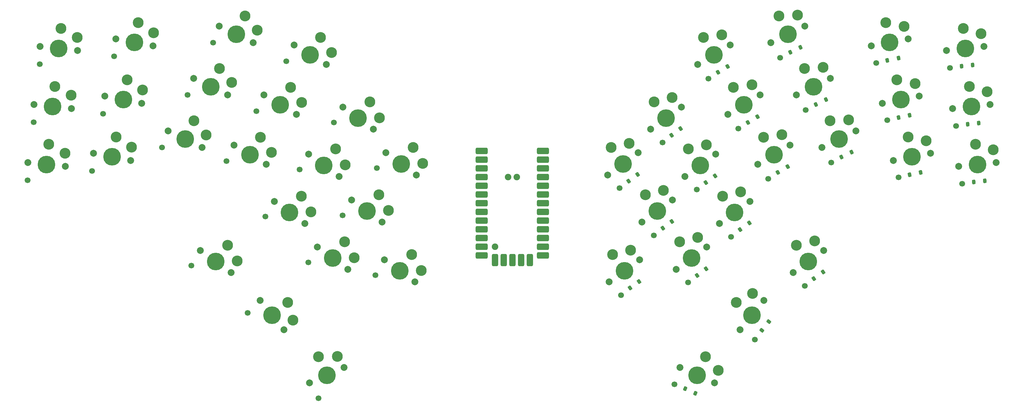
<source format=gts>
G04 #@! TF.GenerationSoftware,KiCad,Pcbnew,8.0.3*
G04 #@! TF.CreationDate,2024-06-16T15:20:09+01:00*
G04 #@! TF.ProjectId,ykb,796b622e-6b69-4636-9164-5f7063625858,v1.0.0*
G04 #@! TF.SameCoordinates,Original*
G04 #@! TF.FileFunction,Soldermask,Top*
G04 #@! TF.FilePolarity,Negative*
%FSLAX46Y46*%
G04 Gerber Fmt 4.6, Leading zero omitted, Abs format (unit mm)*
G04 Created by KiCad (PCBNEW 8.0.3) date 2024-06-16 15:20:09*
%MOMM*%
%LPD*%
G01*
G04 APERTURE LIST*
G04 Aperture macros list*
%AMRoundRect*
0 Rectangle with rounded corners*
0 $1 Rounding radius*
0 $2 $3 $4 $5 $6 $7 $8 $9 X,Y pos of 4 corners*
0 Add a 4 corners polygon primitive as box body*
4,1,4,$2,$3,$4,$5,$6,$7,$8,$9,$2,$3,0*
0 Add four circle primitives for the rounded corners*
1,1,$1+$1,$2,$3*
1,1,$1+$1,$4,$5*
1,1,$1+$1,$6,$7*
1,1,$1+$1,$8,$9*
0 Add four rect primitives between the rounded corners*
20,1,$1+$1,$2,$3,$4,$5,0*
20,1,$1+$1,$4,$5,$6,$7,0*
20,1,$1+$1,$6,$7,$8,$9,0*
20,1,$1+$1,$8,$9,$2,$3,0*%
G04 Aperture macros list end*
%ADD10RoundRect,0.475000X-1.325000X-0.475000X1.325000X-0.475000X1.325000X0.475000X-1.325000X0.475000X0*%
%ADD11RoundRect,0.475000X0.475000X-1.325000X0.475000X1.325000X-0.475000X1.325000X-0.475000X-1.325000X0*%
%ADD12RoundRect,0.475000X1.325000X0.475000X-1.325000X0.475000X-1.325000X-0.475000X1.325000X-0.475000X0*%
%ADD13C,1.900000*%
%ADD14C,3.150000*%
%ADD15C,5.150000*%
%ADD16C,2.000000*%
%ADD17C,1.700000*%
%ADD18RoundRect,0.250000X-0.391081X-0.263734X0.065692X-0.467102X0.391081X0.263734X-0.065692X0.467102X0*%
%ADD19RoundRect,0.250000X0.153528X-0.446015X0.468188X-0.057442X-0.153528X0.446015X-0.468188X0.057442X0*%
%ADD20RoundRect,0.250000X0.032860X-0.470553X0.437368X-0.176660X-0.032860X0.470553X-0.437368X0.176660X0*%
%ADD21RoundRect,0.250000X-0.008277X-0.471626X0.420307X-0.214107X0.008277X0.471626X-0.420307X0.214107X0*%
%ADD22RoundRect,0.250000X-0.049350X-0.469110X0.400047X-0.249925X0.049350X0.469110X-0.400047X0.249925X0*%
%ADD23RoundRect,0.250000X-0.169083X-0.440353X0.321730X-0.344949X0.169083X0.440353X-0.321730X0.344949X0*%
%ADD24RoundRect,0.250000X-0.206819X-0.423941X0.290442X-0.371677X0.206819X0.423941X-0.290442X0.371677X0*%
G04 APERTURE END LIST*
D10*
G04 #@! TO.C,U1*
X216160000Y-150560000D03*
X216160000Y-153100000D03*
X216160000Y-155640000D03*
X216160000Y-158180000D03*
X216160000Y-160720000D03*
X216160000Y-163260000D03*
X216160000Y-165800000D03*
X216160000Y-168340000D03*
X216160000Y-170880000D03*
X216160000Y-173420000D03*
X216160000Y-175960000D03*
X216160000Y-178500000D03*
X234000000Y-150560000D03*
X234000000Y-153100000D03*
X234000000Y-155640000D03*
X234000000Y-158180000D03*
X234000000Y-160720000D03*
X234000000Y-163260000D03*
X234000000Y-165800000D03*
X234000000Y-168340000D03*
X234000000Y-170880000D03*
X234000000Y-173420000D03*
X234000000Y-175960000D03*
X234000000Y-178500000D03*
D11*
X220000000Y-179800000D03*
X222540000Y-179800000D03*
X225080000Y-179800000D03*
X227620000Y-179800000D03*
X230160000Y-179800000D03*
D12*
X234000000Y-148020000D03*
D10*
X216160000Y-148020000D03*
D13*
X223810000Y-155640000D03*
X226350000Y-155640000D03*
X220000000Y-175960000D03*
G04 #@! TD*
D14*
G04 #@! TO.C,S44*
X281399746Y-208005575D03*
X285113327Y-211957703D03*
D15*
X279000000Y-213395493D03*
D16*
X273975500Y-211158441D03*
X284024500Y-215632545D03*
D17*
X272337579Y-216066569D03*
G04 #@! TD*
D14*
G04 #@! TO.C,S43*
X290373493Y-192154806D03*
X295152101Y-189590649D03*
D15*
X294958654Y-195867796D03*
D16*
X291497392Y-200142099D03*
X298419916Y-191593493D03*
D17*
X295814354Y-202994526D03*
G04 #@! TD*
D14*
G04 #@! TO.C,S42*
X307944942Y-175462602D03*
X313224376Y-174222611D03*
D15*
X311412875Y-180235802D03*
D16*
X306963282Y-183468621D03*
X315862468Y-177002983D03*
D17*
X310394884Y-187341166D03*
G04 #@! TD*
D14*
G04 #@! TO.C,S41*
X254302375Y-178188515D03*
X259581809Y-176948524D03*
D15*
X257770308Y-182961715D03*
D16*
X253320715Y-186194534D03*
X262219901Y-179728896D03*
D17*
X256752317Y-190067079D03*
G04 #@! TD*
D14*
G04 #@! TO.C,S40*
X253876157Y-146978447D03*
X259155591Y-145738456D03*
D15*
X257344090Y-151751647D03*
D16*
X252894497Y-154984466D03*
X261793683Y-148518828D03*
D17*
X256326099Y-158857011D03*
G04 #@! TD*
D14*
G04 #@! TO.C,S39*
X263868506Y-160731736D03*
X269147940Y-159491745D03*
D15*
X267336439Y-165504936D03*
D16*
X262886846Y-168737755D03*
X271786032Y-162272117D03*
D17*
X266318448Y-172610300D03*
G04 #@! TD*
D14*
G04 #@! TO.C,S38*
X273860855Y-174485025D03*
X279140289Y-173245034D03*
D15*
X277328788Y-179258225D03*
D16*
X272879195Y-182491044D03*
X281778381Y-176025406D03*
D17*
X276310797Y-186363589D03*
G04 #@! TD*
D14*
G04 #@! TO.C,S37*
X266439993Y-133647655D03*
X271719427Y-132407664D03*
D15*
X269907926Y-138420855D03*
D16*
X265458333Y-141653674D03*
X274357519Y-135188036D03*
D17*
X268889935Y-145526219D03*
G04 #@! TD*
D14*
G04 #@! TO.C,S36*
X276432342Y-147400944D03*
X281711776Y-146160953D03*
D15*
X279900275Y-152174144D03*
D16*
X275450682Y-155406963D03*
X284349868Y-148941325D03*
D17*
X278882284Y-159279508D03*
G04 #@! TD*
D14*
G04 #@! TO.C,S35*
X286424691Y-161154233D03*
X291704125Y-159914242D03*
D15*
X289892624Y-165927433D03*
D16*
X285443031Y-169160252D03*
X294342217Y-162694614D03*
D17*
X288874633Y-173032797D03*
G04 #@! TD*
D14*
G04 #@! TO.C,S34*
X280830276Y-114880948D03*
X286197693Y-114105809D03*
D15*
X283869001Y-119938235D03*
D16*
X279154581Y-122770944D03*
X288583421Y-117105526D03*
D17*
X282235611Y-126927837D03*
G04 #@! TD*
D14*
G04 #@! TO.C,S33*
X289585923Y-129452792D03*
X294953340Y-128677653D03*
D15*
X292624648Y-134510079D03*
D16*
X287910228Y-137342788D03*
X297339068Y-131677370D03*
D17*
X290991258Y-141499681D03*
G04 #@! TD*
D14*
G04 #@! TO.C,S32*
X298341570Y-144024636D03*
X303708987Y-143249497D03*
D15*
X301380295Y-149081923D03*
D16*
X296665875Y-151914632D03*
X306094715Y-146249214D03*
D17*
X299746905Y-156071525D03*
G04 #@! TD*
D14*
G04 #@! TO.C,S31*
X302850660Y-108649714D03*
X308265210Y-108345326D03*
D15*
X305437050Y-113952599D03*
D16*
X300493683Y-116363640D03*
X310380417Y-111541558D03*
D17*
X303200691Y-120773244D03*
G04 #@! TD*
D14*
G04 #@! TO.C,S30*
X310302969Y-123929213D03*
X315717519Y-123624825D03*
D15*
X312889359Y-129232098D03*
D16*
X307945992Y-131643139D03*
X317832726Y-126821057D03*
D17*
X310653000Y-136052743D03*
G04 #@! TD*
D14*
G04 #@! TO.C,S29*
X317755279Y-139208712D03*
X323169829Y-138904324D03*
D15*
X320341669Y-144511597D03*
D16*
X315398302Y-146922638D03*
X325285036Y-142100556D03*
D17*
X318105310Y-151332242D03*
G04 #@! TD*
D14*
G04 #@! TO.C,S28*
X334002431Y-110523941D03*
X339311266Y-111631313D03*
D15*
X335128204Y-116315541D03*
D16*
X329729254Y-117364990D03*
X340527154Y-115266092D03*
D17*
X331202734Y-122324966D03*
G04 #@! TD*
D14*
G04 #@! TO.C,S27*
X337246183Y-127211603D03*
X342555018Y-128318975D03*
D15*
X338371956Y-133003203D03*
D16*
X332973006Y-134052652D03*
X343770906Y-131953754D03*
D17*
X334446486Y-139012628D03*
G04 #@! TD*
D14*
G04 #@! TO.C,S26*
X340489936Y-143899266D03*
X345798771Y-145006638D03*
D15*
X341615709Y-149690866D03*
D16*
X336216759Y-150740315D03*
X347014659Y-148641417D03*
D17*
X337690239Y-155700291D03*
G04 #@! TD*
D14*
G04 #@! TO.C,S25*
X356567188Y-112238596D03*
X361759307Y-113804449D03*
D15*
X357183906Y-118106275D03*
D16*
X351714036Y-118681182D03*
X362653776Y-117531368D03*
D17*
X352749618Y-123750705D03*
G04 #@! TD*
D14*
G04 #@! TO.C,S24*
X358344172Y-129145468D03*
X363536291Y-130711321D03*
D15*
X358960890Y-135013147D03*
D16*
X353491020Y-135588054D03*
X364430760Y-134438240D03*
D17*
X354526602Y-140657577D03*
G04 #@! TD*
D14*
G04 #@! TO.C,S23*
X360121156Y-146052340D03*
X365313275Y-147618193D03*
D15*
X360737874Y-151920019D03*
D16*
X355268004Y-152494926D03*
X366207744Y-151345112D03*
D17*
X356303586Y-157564449D03*
G04 #@! TD*
D14*
G04 #@! TO.C,S22*
X168600254Y-208005575D03*
X174022128Y-207890337D03*
D15*
X171000000Y-213395493D03*
D16*
X165975500Y-215632545D03*
X176024500Y-211158441D03*
D17*
X168526966Y-220133935D03*
G04 #@! TD*
D14*
G04 #@! TO.C,S21*
X159626506Y-192154806D03*
X161141102Y-197362108D03*
D15*
X155041345Y-195867796D03*
D16*
X151580083Y-191593493D03*
X158502607Y-200142099D03*
D17*
X147892441Y-195223066D03*
G04 #@! TD*
D14*
G04 #@! TO.C,S20*
X142055057Y-175462602D03*
X144865793Y-180100464D03*
D15*
X138587124Y-180235802D03*
D16*
X134137531Y-177002983D03*
X143036717Y-183468621D03*
D17*
X131514945Y-181463313D03*
G04 #@! TD*
D14*
G04 #@! TO.C,S19*
X195697625Y-178188515D03*
X198508361Y-182826377D03*
D15*
X192229692Y-182961715D03*
D16*
X187780099Y-179728896D03*
X196679285Y-186194534D03*
D17*
X185157513Y-184189226D03*
G04 #@! TD*
D14*
G04 #@! TO.C,S18*
X196123843Y-146978447D03*
X198934579Y-151616309D03*
D15*
X192655910Y-151751647D03*
D16*
X188206317Y-148518828D03*
X197105503Y-154984466D03*
D17*
X185583731Y-152979158D03*
G04 #@! TD*
D14*
G04 #@! TO.C,S17*
X186131493Y-160731736D03*
X188942229Y-165369598D03*
D15*
X182663560Y-165504936D03*
D16*
X178213967Y-162272117D03*
X187113153Y-168737755D03*
D17*
X175591381Y-166732447D03*
G04 #@! TD*
D14*
G04 #@! TO.C,S16*
X176139144Y-174485025D03*
X178949880Y-179122887D03*
D15*
X172671211Y-179258225D03*
D16*
X168221618Y-176025406D03*
X177120804Y-182491044D03*
D17*
X165599032Y-180485736D03*
G04 #@! TD*
D14*
G04 #@! TO.C,S15*
X183560006Y-133647655D03*
X186370742Y-138285517D03*
D15*
X180092073Y-138420855D03*
D16*
X175642480Y-135188036D03*
X184541666Y-141653674D03*
D17*
X173019894Y-139648366D03*
G04 #@! TD*
D14*
G04 #@! TO.C,S14*
X173567657Y-147400944D03*
X176378393Y-152038806D03*
D15*
X170099724Y-152174144D03*
D16*
X165650131Y-148941325D03*
X174549317Y-155406963D03*
D17*
X163027545Y-153401655D03*
G04 #@! TD*
D14*
G04 #@! TO.C,S13*
X163575308Y-161154233D03*
X166386044Y-165792095D03*
D15*
X160107375Y-165927433D03*
D16*
X155657782Y-162694614D03*
X164556968Y-169160252D03*
D17*
X153035196Y-167154944D03*
G04 #@! TD*
D14*
G04 #@! TO.C,S12*
X169169723Y-114880948D03*
X172373979Y-119256190D03*
D15*
X166130998Y-119938235D03*
D16*
X161416578Y-117105526D03*
X170845418Y-122770944D03*
D17*
X159192715Y-121777456D03*
G04 #@! TD*
D14*
G04 #@! TO.C,S11*
X160414076Y-129452792D03*
X163618332Y-133828034D03*
D15*
X157375351Y-134510079D03*
D16*
X152660931Y-131677370D03*
X162089771Y-137342788D03*
D17*
X150437068Y-136349300D03*
G04 #@! TD*
D14*
G04 #@! TO.C,S10*
X151658429Y-144024636D03*
X154862685Y-148399878D03*
D15*
X148619704Y-149081923D03*
D16*
X143905284Y-146249214D03*
X153334124Y-151914632D03*
D17*
X141681421Y-150921144D03*
G04 #@! TD*
D14*
G04 #@! TO.C,S9*
X147149340Y-108649714D03*
X150722731Y-112729037D03*
D15*
X144562950Y-113952599D03*
D16*
X139619583Y-111541558D03*
X149506317Y-116363640D03*
D17*
X137811368Y-116389533D03*
G04 #@! TD*
D14*
G04 #@! TO.C,S8*
X139697030Y-123929213D03*
X143270421Y-128008536D03*
D15*
X137110640Y-129232098D03*
D16*
X132167273Y-126821057D03*
X142054007Y-131643139D03*
D17*
X130359058Y-131669032D03*
G04 #@! TD*
D14*
G04 #@! TO.C,S7*
X132244721Y-139208712D03*
X135818112Y-143288035D03*
D15*
X129658331Y-144511597D03*
D16*
X124714964Y-142100556D03*
X134601698Y-146922638D03*
D17*
X122906749Y-146948531D03*
G04 #@! TD*
D14*
G04 #@! TO.C,S6*
X115997569Y-110523941D03*
X120505006Y-113539403D03*
D15*
X114871796Y-116315541D03*
D16*
X109472846Y-115266092D03*
X120270746Y-117364990D03*
D17*
X108980994Y-120416876D03*
G04 #@! TD*
D14*
G04 #@! TO.C,S5*
X112753816Y-127211603D03*
X117261253Y-130227065D03*
D15*
X111628043Y-133003203D03*
D16*
X106229093Y-131953754D03*
X117026993Y-134052652D03*
D17*
X105737241Y-137104538D03*
G04 #@! TD*
D14*
G04 #@! TO.C,S4*
X109510063Y-143899266D03*
X114017500Y-146914728D03*
D15*
X108384290Y-149690866D03*
D16*
X102985340Y-148641417D03*
X113783240Y-150740315D03*
D17*
X102493488Y-153792201D03*
G04 #@! TD*
D14*
G04 #@! TO.C,S3*
X93432811Y-112238596D03*
X98185911Y-114849734D03*
D15*
X92816093Y-118106275D03*
D16*
X87346223Y-117531368D03*
X98285963Y-118681182D03*
D17*
X87305162Y-122705420D03*
G04 #@! TD*
D14*
G04 #@! TO.C,S2*
X91655827Y-129145468D03*
X96408927Y-131756606D03*
D15*
X91039109Y-135013147D03*
D16*
X85569239Y-134438240D03*
X96508979Y-135588054D03*
D17*
X85528178Y-139612292D03*
G04 #@! TD*
D14*
G04 #@! TO.C,S1*
X89878843Y-146052340D03*
X94631943Y-148663478D03*
D15*
X89262125Y-151920019D03*
D16*
X83792255Y-151345112D03*
X94731995Y-152494926D03*
D17*
X83751194Y-156519164D03*
G04 #@! TD*
D18*
G04 #@! TO.C,D44*
X275458966Y-217292106D03*
X278473666Y-218634336D03*
G04 #@! TD*
D19*
G04 #@! TO.C,D43*
X297806005Y-200296689D03*
X299882763Y-197732107D03*
G04 #@! TD*
D20*
G04 #@! TO.C,D42*
X313016923Y-185250733D03*
X315686679Y-183311041D03*
G04 #@! TD*
G04 #@! TO.C,D41*
X259374356Y-187976646D03*
X262044112Y-186036954D03*
G04 #@! TD*
G04 #@! TO.C,D40*
X258948138Y-156766578D03*
X261617894Y-154826886D03*
G04 #@! TD*
G04 #@! TO.C,D39*
X268940487Y-170519867D03*
X271610243Y-168580175D03*
G04 #@! TD*
G04 #@! TO.C,D38*
X278932837Y-184273156D03*
X281602593Y-182333464D03*
G04 #@! TD*
G04 #@! TO.C,D37*
X271511974Y-143435786D03*
X274181730Y-141496094D03*
G04 #@! TD*
G04 #@! TO.C,D36*
X281504323Y-157189075D03*
X284174079Y-155249383D03*
G04 #@! TD*
G04 #@! TO.C,D35*
X291496673Y-170942364D03*
X294166429Y-169002672D03*
G04 #@! TD*
D21*
G04 #@! TO.C,D34*
X285029865Y-125073885D03*
X287858517Y-123374259D03*
G04 #@! TD*
G04 #@! TO.C,D33*
X293785512Y-139645729D03*
X296614164Y-137946103D03*
G04 #@! TD*
G04 #@! TO.C,D32*
X302541160Y-154217573D03*
X305369812Y-152517947D03*
G04 #@! TD*
D22*
G04 #@! TO.C,D31*
X306145895Y-119169881D03*
X309111915Y-117723257D03*
G04 #@! TD*
G04 #@! TO.C,D30*
X313598205Y-134449380D03*
X316564225Y-133002756D03*
G04 #@! TD*
G04 #@! TO.C,D29*
X321050514Y-149728879D03*
X324016534Y-148282255D03*
G04 #@! TD*
D23*
G04 #@! TO.C,D28*
X334462564Y-121538512D03*
X337701934Y-120908842D03*
G04 #@! TD*
G04 #@! TO.C,D27*
X337706316Y-138226174D03*
X340945686Y-137596504D03*
G04 #@! TD*
G04 #@! TO.C,D26*
X340950069Y-154913837D03*
X344189439Y-154284167D03*
G04 #@! TD*
D24*
G04 #@! TO.C,D25*
X356065588Y-123251356D03*
X359347510Y-122906412D03*
G04 #@! TD*
G04 #@! TO.C,D24*
X357842572Y-140158228D03*
X361124494Y-139813284D03*
G04 #@! TD*
G04 #@! TO.C,D23*
X359619555Y-157065101D03*
X362901477Y-156720157D03*
G04 #@! TD*
M02*

</source>
